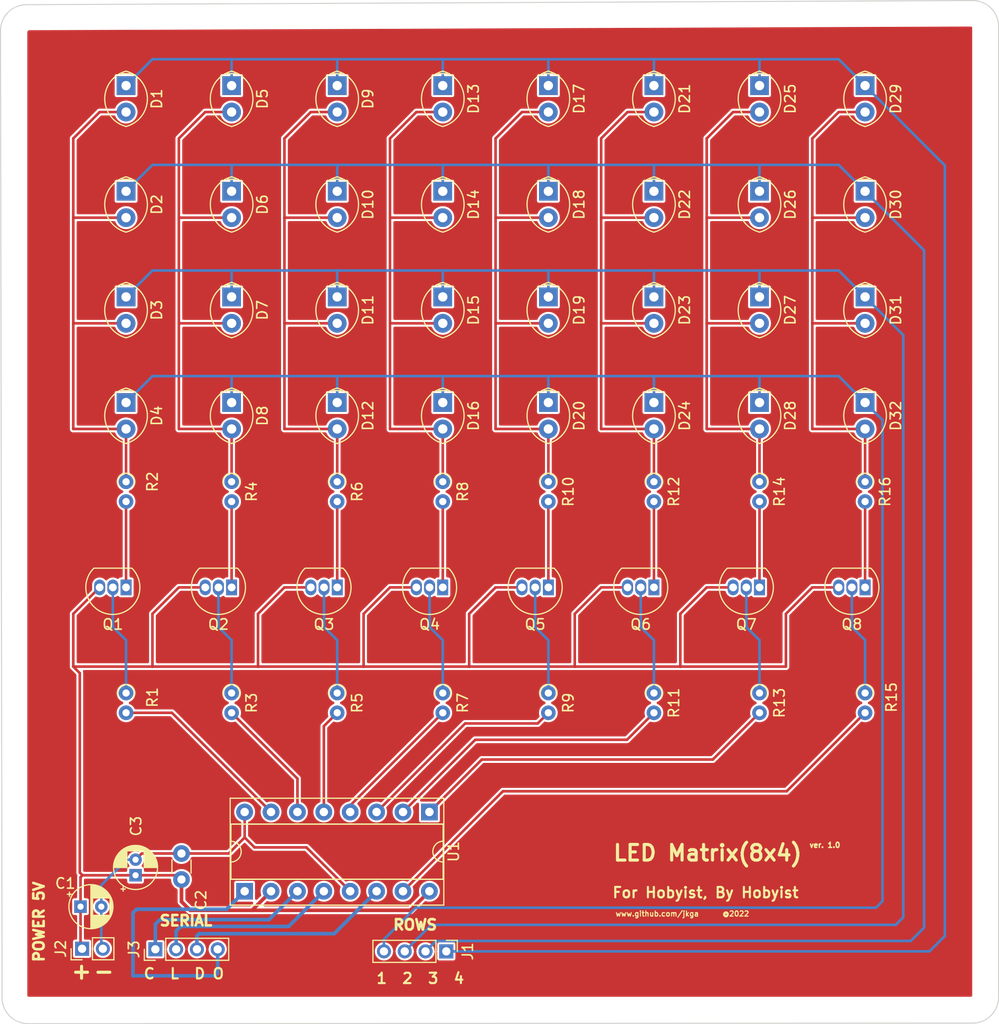
<source format=kicad_pcb>
(kicad_pcb (version 20211014) (generator pcbnew)
  (title_block (title "LED_MATRIX_8x4") (date "2/23/2022") (rev "1.0") (company "John Kenneth Abella") (comment 1 "For hobyist, By hobyist") (comment 2 "www.github.com/jkga"))
  (layers (0 "F.Cu" signal) (31 "B.Cu" signal) (34 "B.Paste" user) (35 "F.Paste" user) (36 "B.SilkS" user "B.Silkscreen") (37 "F.SilkS" user "F.Silkscreen") (38 "B.Mask" user) (39 "F.Mask" user) (44 "Edge.Cuts" user))
  (net 0 "")
  (net 1 "+5V")
  (net 2 "GNDREF")
  (net 3 "Net-(D1-Pad1)")
  (net 4 "Net-(D1-Pad2)")
  (net 5 "Net-(D10-Pad2)")
  (net 6 "Net-(D10-Pad1)")
  (net 7 "Net-(D11-Pad1)")
  (net 8 "Net-(D12-Pad1)")
  (net 9 "Net-(D5-Pad2)")
  (net 10 "Net-(D13-Pad2)")
  (net 11 "Net-(D17-Pad2)")
  (net 12 "Net-(D21-Pad2)")
  (net 13 "Net-(D25-Pad2)")
  (net 14 "Net-(Q1-Pad1)")
  (net 15 "Net-(Q1-Pad2)")
  (net 16 "Net-(Q2-Pad1)")
  (net 17 "Net-(Q2-Pad2)")
  (net 18 "Net-(Q3-Pad1)")
  (net 19 "Net-(Q3-Pad2)")
  (net 20 "Net-(Q4-Pad1)")
  (net 21 "Net-(Q4-Pad2)")
  (net 22 "Net-(Q5-Pad1)")
  (net 23 "Net-(Q5-Pad2)")
  (net 24 "Net-(Q6-Pad1)")
  (net 25 "Net-(Q6-Pad2)")
  (net 26 "Net-(Q7-Pad1)")
  (net 27 "Net-(Q7-Pad2)")
  (net 28 "Net-(Q8-Pad1)")
  (net 29 "Net-(Q8-Pad2)")
  (net 30 "Pin1")
  (net 31 "Pin2")
  (net 32 "Pin3")
  (net 33 "Pin4")
  (net 34 "Pin5")
  (net 35 "Pin6")
  (net 36 "Pin7")
  (net 37 "Pin8")
  (net 38 "DataOutPin")
  (net 39 "ClockPin")
  (net 40 "LatchPin")
  (net 41 "DataPin")
  (net 42 "Net-(D29-Pad2)")
  (footprint "LED_THT:LED_Oval_W5.2mm_H3.8mm" (layer "F.Cu") (at 140.4112 60.0456 -90)
    (fp_text reference "D14")
    (fp_text value "LED")
  )
  (footprint "Package_TO_SOT_THT:TO-92_Inline" (layer "F.Cu") (at 109.9312 98.1456 180)
    (fp_text reference "Q1")
    (fp_text value "PN2222A")
  )
  (footprint "LED_THT:LED_Oval_W5.2mm_H3.8mm" (layer "F.Cu") (at 160.7312 60.0456 -90)
    (fp_text reference "D22")
    (fp_text value "LED")
  )
  (footprint "LED_THT:LED_Oval_W5.2mm_H3.8mm" (layer "F.Cu") (at 160.7312 70.2056 -90)
    (fp_text reference "D23")
    (fp_text value "LED")
  )
  (footprint "Resistor_THT:R_Axial_DIN0204_L3.6mm_D1.6mm_P1.90mm_Vertical" (layer "F.Cu") (at 130.2512 108.3056 -90)
    (fp_text reference "R5")
    (fp_text value "4.7k")
  )
  (footprint "LED_THT:LED_Oval_W5.2mm_H3.8mm" (layer "F.Cu") (at 109.9312 49.8856 -90)
    (fp_text reference "D1")
    (fp_text value "LED")
  )
  (footprint "LED_THT:LED_Oval_W5.2mm_H3.8mm" (layer "F.Cu") (at 120.0912 60.0456 -90)
    (fp_text reference "D6")
    (fp_text value "LED")
  )
  (footprint "LED_THT:LED_Oval_W5.2mm_H3.8mm" (layer "F.Cu") (at 160.7312 80.3656 -90)
    (fp_text reference "D24")
    (fp_text value "LED")
  )
  (footprint "Package_TO_SOT_THT:TO-92_Inline" (layer "F.Cu") (at 181.0512 98.1456 180)
    (fp_text reference "Q8")
    (fp_text value "PN2222A")
  )
  (footprint "Resistor_THT:R_Axial_DIN0204_L3.6mm_D1.6mm_P1.90mm_Vertical" (layer "F.Cu") (at 140.4112 87.9856 -90)
    (fp_text reference "R8")
    (fp_text value "510")
  )
  (footprint "Resistor_THT:R_Axial_DIN0204_L3.6mm_D1.6mm_P1.90mm_Vertical" (layer "F.Cu") (at 109.9312 87.9856 -90)
    (fp_text reference "R2")
    (fp_text value "510")
  )
  (footprint "LED_THT:LED_Oval_W5.2mm_H3.8mm" (layer "F.Cu") (at 140.4112 80.3656 -90)
    (fp_text reference "D16")
    (fp_text value "LED")
  )
  (footprint "LED_THT:LED_Oval_W5.2mm_H3.8mm" (layer "F.Cu") (at 130.2512 49.8856 -90)
    (fp_text reference "D9")
    (fp_text value "LED")
  )
  (footprint "Package_DIP:DIP-16_W7.62mm" (layer "F.Cu") (at 139.1262 119.7456 -90)
    (fp_text reference "U1")
    (fp_text value "74HC595")
  )
  (footprint "Connector_PinHeader_2.00mm:PinHeader_1x04_P2.00mm_Vertical" (layer "F.Cu") (at 112.75 132.95 90)
    (fp_text reference "J3")
    (fp_text value "Conn_01x04_Female")
  )
  (footprint "Resistor_THT:R_Axial_DIN0204_L3.6mm_D1.6mm_P1.90mm_Vertical" (layer "F.Cu") (at 181.0512 87.9856 -90)
    (fp_text reference "R16")
    (fp_text value "510")
  )
  (footprint "LED_THT:LED_Oval_W5.2mm_H3.8mm" (layer "F.Cu") (at 140.4112 49.8856 -90)
    (fp_text reference "D13")
    (fp_text value "LED")
  )
  (footprint "Resistor_THT:R_Axial_DIN0204_L3.6mm_D1.6mm_P1.90mm_Vertical" (layer "F.Cu") (at 140.4112 108.3056 -90)
    (fp_text reference "R7")
    (fp_text value "4.7k")
  )
  (footprint "LED_THT:LED_Oval_W5.2mm_H3.8mm" (layer "F.Cu") (at 181.0512 60.0456 -90)
    (fp_text reference "D30")
    (fp_text value "LED")
  )
  (footprint "LED_THT:LED_Oval_W5.2mm_H3.8mm" (layer "F.Cu") (at 181.0512 49.8856 -90)
    (fp_text reference "D29")
    (fp_text value "LED")
  )
  (footprint "LED_THT:LED_Oval_W5.2mm_H3.8mm" (layer "F.Cu") (at 150.5712 80.3656 -90)
    (fp_text reference "D20")
    (fp_text value "LED")
  )
  (footprint "LED_THT:LED_Oval_W5.2mm_H3.8mm" (layer "F.Cu") (at 140.4112 70.2056 -90)
    (fp_text reference "D15")
    (fp_text value "LED")
  )
  (footprint "Package_TO_SOT_THT:TO-92_Inline" (layer "F.Cu") (at 140.4112 98.1456 180)
    (fp_text reference "Q4")
    (fp_text value "PN2222A")
  )
  (footprint "Connector_PinHeader_2.00mm:PinHeader_1x02_P2.00mm_Vertical" (layer "F.Cu") (at 105.7 132.9 90)
    (fp_text reference "J2")
    (fp_text value "Conn_01x02_Female")
  )
  (footprint "LED_THT:LED_Oval_W5.2mm_H3.8mm" (layer "F.Cu") (at 120.0912 70.2056 -90)
    (fp_text reference "D7")
    (fp_text value "LED")
  )
  (footprint "Package_DIP:DIP-16_W7.62mm_Socket" (layer "F.Cu") (at 121.34 127.37 90)
    (fp_text reference "J4")
    (fp_text value "DIP_SOCKET_02x08")
  )
  (footprint "LED_THT:LED_Oval_W5.2mm_H3.8mm" (layer "F.Cu") (at 160.7312 49.8856 -90)
    (fp_text reference "D21")
    (fp_text value "LED")
  )
  (footprint "Connector_PinHeader_2.00mm:PinHeader_1x04_P2.00mm_Vertical" (layer "F.Cu") (at 140.75 133.15 -90)
    (fp_text reference "J1")
    (fp_text value "Conn_01x04")
  )
  (footprint "Capacitor_THT:CP_Radial_D4.0mm_P2.00mm" (layer "F.Cu") (at 105.55 128.85)
    (fp_text reference "C1")
    (fp_text value "33uf")
  )
  (footprint "LED_THT:LED_Oval_W5.2mm_H3.8mm" (layer "F.Cu") (at 130.2512 80.3656 -90)
    (fp_text reference "D12")
    (fp_text value "LED")
  )
  (footprint "Package_TO_SOT_THT:TO-92_Inline" (layer "F.Cu") (at 160.7312 98.1456 180)
    (fp_text reference "Q6")
    (fp_text value "PN2222A")
  )
  (footprint "Package_TO_SOT_THT:TO-92_Inline" (layer "F.Cu") (at 170.8912 98.1456 180)
    (fp_text reference "Q7")
    (fp_text value "PN2222A")
  )
  (footprint "LED_THT:LED_Oval_W5.2mm_H3.8mm" (layer "F.Cu") (at 109.9312 80.3656 -90)
    (fp_text reference "D4")
    (fp_text value "LED")
  )
  (footprint "Resistor_THT:R_Axial_DIN0204_L3.6mm_D1.6mm_P1.90mm_Vertical" (layer "F.Cu") (at 109.9312 108.3056 -90)
    (fp_text reference "R1")
    (fp_text value "4.7k")
  )
  (footprint "Resistor_THT:R_Axial_DIN0204_L3.6mm_D1.6mm_P1.90mm_Vertical" (layer "F.Cu") (at 130.2512 87.9856 -90)
    (fp_text reference "R6")
    (fp_text value "510")
  )
  (footprint "Resistor_THT:R_Axial_DIN0204_L3.6mm_D1.6mm_P1.90mm_Vertical" (layer "F.Cu") (at 150.5712 87.9856 -90)
    (fp_text reference "R10")
    (fp_text value "510")
  )
  (footprint "Resistor_THT:R_Axial_DIN0204_L3.6mm_D1.6mm_P1.90mm_Vertical" (layer "F.Cu") (at 170.8912 108.3056 -90)
    (fp_text reference "R13")
    (fp_text value "4.7k")
  )
  (footprint "LED_THT:LED_Oval_W5.2mm_H3.8mm" (layer "F.Cu") (at 170.8912 70.2056 -90)
    (fp_text reference "D27")
    (fp_text value "LED")
  )
  (footprint "LED_THT:LED_Oval_W5.2mm_H3.8mm" (layer "F.Cu") (at 181.0512 80.3656 -90)
    (fp_text reference "D32")
    (fp_text value "LED")
  )
  (footprint "LED_THT:LED_Oval_W5.2mm_H3.8mm" (layer "F.Cu") (at 120.0912 49.8856 -90)
    (fp_text reference "D5")
    (fp_text value "LED")
  )
  (footprint "LED_THT:LED_Oval_W5.2mm_H3.8mm" (layer "F.Cu") (at 170.8912 49.8856 -90)
    (fp_text reference "D25")
    (fp_text value "LED")
  )
  (footprint "LED_THT:LED_Oval_W5.2mm_H3.8mm" (layer "F.Cu") (at 120.0912 80.3656 -90)
    (fp_text reference "D8")
    (fp_text value "LED")
  )
  (footprint "LED_THT:LED_Oval_W5.2mm_H3.8mm" (layer "F.Cu") (at 130.2512 70.2056 -90)
    (fp_text reference "D11")
    (fp_text value "LED")
  )
  (footprint "Resistor_THT:R_Axial_DIN0204_L3.6mm_D1.6mm_P1.90mm_Vertical" (layer "F.Cu") (at 170.8912 87.9856 -90)
    (fp_text reference "R14")
    (fp_text value "510")
  )
  (footprint "LED_THT:LED_Oval_W5.2mm_H3.8mm" (layer "F.Cu") (at 150.5712 60.0456 -90)
    (fp_text reference "D18")
    (fp_text value "LED")
  )
  (footprint "Resistor_THT:R_Axial_DIN0204_L3.6mm_D1.6mm_P1.90mm_Vertical" (layer "F.Cu") (at 150.5712 108.3056 -90)
    (fp_text reference "R9")
    (fp_text value "4.7k")
  )
  (footprint "Capacitor_THT:C_Disc_D3.0mm_W1.6mm_P2.50mm" (layer "F.Cu") (at 115.2652 126.238 90)
    (fp_text reference "C2")
    (fp_text value "0.1uf")
  )
  (footprint "LED_THT:LED_Oval_W5.2mm_H3.8mm" (layer "F.Cu") (at 181.0512 70.2056 -90)
    (fp_text reference "D31")
    (fp_text value "LED")
  )
  (footprint "LED_THT:LED_Oval_W5.2mm_H3.8mm" (layer "F.Cu") (at 170.8912 60.0456 -90)
    (fp_text reference "D26")
    (fp_text value "LED")
  )
  (footprint "Capacitor_THT:CP_Radial_D4.0mm_P1.50mm" (layer "F.Cu") (at 110.8456 125.8316 90)
    (fp_text reference "C3")
    (fp_text value "0.1uf")
  )
  (footprint "LED_THT:LED_Oval_W5.2mm_H3.8mm" (layer "F.Cu") (at 150.5712 70.2056 -90)
    (fp_text reference "D19")
    (fp_text value "LED")
  )
  (footprint "Resistor_THT:R_Axial_DIN0204_L3.6mm_D1.6mm_P1.90mm_Vertical" (layer "F.Cu") (at 181.0512 108.3056 -90)
    (fp_text reference "R15")
    (fp_text value "4.7k")
  )
  (footprint "Package_TO_SOT_THT:TO-92_Inline" (layer "F.Cu") (at 120.0912 98.1456 180)
    (fp_text reference "Q2")
    (fp_text value "PN2222A")
  )
  (footprint "LED_THT:LED_Oval_W5.2mm_H3.8mm" (layer "F.Cu") (at 109.9312 70.2056 -90)
    (fp_text reference "D3")
    (fp_text value "LED")
  )
  (footprint "LED_THT:LED_Oval_W5.2mm_H3.8mm" (layer "F.Cu") (at 170.8912 80.3656 -90)
    (fp_text reference "D28")
    (fp_text value "LED")
  )
  (footprint "Resistor_THT:R_Axial_DIN0204_L3.6mm_D1.6mm_P1.90mm_Vertical" (layer "F.Cu") (at 120.0912 87.9856 -90)
    (fp_text reference "R4")
    (fp_text value "510")
  )
  (footprint "Resistor_THT:R_Axial_DIN0204_L3.6mm_D1.6mm_P1.90mm_Vertical" (layer "F.Cu") (at 160.7312 87.9856 -90)
    (fp_text reference "R12")
    (fp_text value "510")
  )
  (footprint "LED_THT:LED_Oval_W5.2mm_H3.8mm" (layer "F.Cu") (at 109.9312 60.0456 -90)
    (fp_text reference "D2")
    (fp_text value "LED")
  )
  (footprint "Package_TO_SOT_THT:TO-92_Inline" (layer "F.Cu") (at 150.5712 98.1456 180)
    (fp_text reference "Q5")
    (fp_text value "PN2222A")
  )
  (footprint "Package_TO_SOT_THT:TO-92_Inline" (layer "F.Cu") (at 130.2512 98.1456 180)
    (fp_text reference "Q3")
    (fp_text value "PN2222A")
  )
  (footprint "Resistor_THT:R_Axial_DIN0204_L3.6mm_D1.6mm_P1.90mm_Vertical" (layer "F.Cu") (at 120.0912 108.3056 -90)
    (fp_text reference "R3")
    (fp_text value "4.7k")
  )
  (footprint "LED_THT:LED_Oval_W5.2mm_H3.8mm" (layer "F.Cu") (at 130.2512 60.0456 -90)
    (fp_text reference "D10")
    (fp_text value "LED")
  )
  (footprint "Resistor_THT:R_Axial_DIN0204_L3.6mm_D1.6mm_P1.90mm_Vertical" (layer "F.Cu") (at 160.7312 108.3056 -90)
    (fp_text reference "R11")
    (fp_text value "4.7k")
  )
  (footprint "LED_THT:LED_Oval_W5.2mm_H3.8mm" (layer "F.Cu") (at 150.5712 49.8856 -90)
    (fp_text reference "D17")
    (fp_text value "LED")
  )
  (gr_arc (start 97.85 44.6) (mid 98.582233 42.832233) (end 100.35 42.1) (layer "Edge.Cuts") (width 0.1))
  (gr_line (start 98 137.6) (end 97.85 44.6) (layer "Edge.Cuts") (width 0.1))
  (gr_arc (start 191.4 41.7) (mid 193.167767 42.432233) (end 193.9 44.2) (layer "Edge.Cuts") (width 0.1))
  (gr_arc (start 193.9 137.55) (mid 193.167767 139.317767) (end 191.4 140.05) (layer "Edge.Cuts") (width 0.1))
  (gr_arc (start 100.5 140.1) (mid 98.732233 139.367767) (end 98 137.6) (layer "Edge.Cuts") (width 0.1))
  (gr_line (start 193.9 44.2) (end 193.9 137.55) (layer "Edge.Cuts") (width 0.1))
  (gr_line (start 100.5 140.1) (end 191.4 140.05) (layer "Edge.Cuts") (width 0.1))
  (gr_line (start 100.35 42.1) (end 191.4 41.7) (layer "Edge.Cuts") (width 0.1))
  (gr_text "1  2  3  4" (at 138.25 135.75) (layer "F.SilkS") (effects (font (size 1 1) (thickness 0.2))))
  (gr_text "LED Matrix(8x4)" (at 165.9032 123.69) (layer "F.SilkS") (effects (font (size 1.5 1.5) (thickness 0.3))))
  (gr_text "+" (at 105.65 135.05) (layer "F.SilkS") (effects (font (size 1.5 1.5) (thickness 0.3)) (justify mirror)))
  (gr_text "SERIAL" (at 115.7 130.2) (layer "F.SilkS") (effects (font (size 1 1) (thickness 0.25))))
  (gr_text "www.github.com/jkga      @2022" (at 163.4648 129.532) (layer "F.SilkS") (effects (font (size 0.5 0.5) (thickness 0.1))))
  (gr_text "-" (at 107.8 135.05) (layer "F.SilkS") (effects (font (size 1.5 1.5) (thickness 0.3)) (justify mirror)))
  (gr_text "POWER 5V" (at 101.5492 130.302 90) (layer "F.SilkS") (effects (font (size 1 1) (thickness 0.25))))
  (gr_text "ROWS" (at 137.75 130.6) (layer "F.SilkS") (effects (font (size 1 1) (thickness 0.25))))
  (gr_text "C  L  D O" (at 115.5 135.3) (layer "F.SilkS") (effects (font (size 1 1) (thickness 0.2))))
  (gr_text "ver. 1.0" (at 177.1808 122.928) (layer "F.SilkS") (effects (font (size 0.5 0.5) (thickness 0.125))))
  (gr_text "For Hobyist, By Hobyist" (at 165.7 127.5) (layer "F.SilkS") (effects (font (size 1 1) (thickness 0.2))))
  (segment (start 114.8588 125.8316) (end 115.2652 126.238) (width 0.25) (layer "F.Cu") (net 1))
  (segment (start 115.0112 98.1456) (end 112.4712 100.6856) (width 0.25) (layer "F.Cu") (net 1))
  (segment (start 125.1712 98.1456) (end 122.6312 100.6856) (width 0.25) (layer "F.Cu") (net 1))
  (segment (start 155.6512 98.1456) (end 153.1112 100.6856) (width 0.25) (layer "F.Cu") (net 1))
  (segment (start 158.1912 98.1456) (end 155.6512 98.1456) (width 0.25) (layer "F.Cu") (net 1))
  (segment (start 142.9512 105.7656) (end 132.7912 105.7656) (width 0.25) (layer "F.Cu") (net 1))
  (segment (start 163.2712 100.6856) (end 163.2712 105.7656) (width 0.25) (layer "F.Cu") (net 1))
  (segment (start 135.3312 98.1456) (end 132.7912 100.6856) (width 0.25) (layer "F.Cu") (net 1))
  (segment (start 148.0312 98.1456) (end 145.4912 98.1456) (width 0.25) (layer "F.Cu") (net 1))
  (segment (start 165.8112 98.1456) (end 163.2712 100.6856) (width 0.25) (layer "F.Cu") (net 1))
  (segment (start 122.0518 129.2) (end 116.1 129.2) (width 0.35) (layer "F.Cu") (net 1))
  (segment (start 137.2918 129.2) (end 122.0518 129.2) (width 0.35) (layer "F.Cu") (net 1))
  (segment (start 132.7912 100.6856) (end 132.7912 105.7656) (width 0.25) (layer "F.Cu") (net 1))
  (segment (start 110.8456 125.8316) (end 114.8588 125.8316) (width 0.25) (layer "F.Cu") (net 1))
  (segment (start 173.4312 100.6856) (end 173.4312 105.7656) (width 0.25) (layer "F.Cu") (net 1))
  (segment (start 105.736402 125.8316) (end 105.55 126.018002) (width 0.25) (layer "F.Cu") (net 1))
  (segment (start 175.9712 98.1456) (end 173.4312 100.6856) (width 0.25) (layer "F.Cu") (net 1))
  (segment (start 122.6312 100.6856) (end 122.6312 105.7656) (width 0.25) (layer "F.Cu") (net 1))
  (segment (start 116.1 129.2) (end 115.2652 128.3652) (width 0.35) (layer "F.Cu") (net 1))
  (segment (start 122.6312 105.7656) (end 112.4712 105.7656) (width 0.25) (layer "F.Cu") (net 1))
  (segment (start 112.4712 100.6856) (end 112.4712 105.7656) (width 0.25) (layer "F.Cu") (net 1))
  (segment (start 142.9512 100.6856) (end 142.9512 105.7656) (width 0.25) (layer "F.Cu") (net 1))
  (segment (start 168.3512 98.1456) (end 165.8112 98.1456) (width 0.25) (layer "F.Cu") (net 1))
  (segment (start 105.55 126.018002) (end 105.55 128.85) (width 0.25) (layer "F.Cu") (net 1))
  (segment (start 137.8712 98.1456) (end 135.3312 98.1456) (width 0.25) (layer "F.Cu") (net 1))
  (segment (start 105.477401 125.572599) (end 105.736402 125.8316) (width 0.25) (layer "F.Cu") (net 1))
  (segment (start 123.8862 127.3656) (end 122.0518 129.2) (width 0.35) (layer "F.Cu") (net 1))
  (segment (start 132.7912 105.7656) (end 122.6312 105.7656) (width 0.25) (layer "F.Cu") (net 1))
  (segment (start 115.2652 128.3652) (end 115.2652 126.238) (width 0.35) (layer "F.Cu") (net 1))
  (segment (start 104.8512 105.7656) (end 105.477401 106.391801) (width 0.25) (layer "F.Cu") (net 1))
  (segment (start 105.55 132.75) (end 105.7 132.9) (width 0.25) (layer "F.Cu") (net 1))
  (segment (start 105.477401 106.391801) (end 105.477401 125.572599) (width 0.25) (layer "F.Cu") (net 1))
  (segment (start 173.4312 105.7656) (end 163.2712 105.7656) (width 0.25) (layer "F.Cu") (net 1))
  (segment (start 163.2712 105.7656) (end 153.1112 105.7656) (width 0.25) (layer "F.Cu") (net 1))
  (segment (start 178.5112 98.1456) (end 175.9712 98.1456) (width 0.25) (layer "F.Cu") (net 1))
  (segment (start 117.5512 98.1456) (end 115.0112 98.1456) (width 0.25) (layer "F.Cu") (net 1))
  (segment (start 112.4712 105.7656) (end 104.8512 105.7656) (width 0.25) (layer "F.Cu") (net 1))
  (segment (start 127.7112 98.1456) (end 125.1712 98.1456) (width 0.25) (layer "F.Cu") (net 1))
  (segment (start 139.1262 127.3656) (end 137.2918 129.2) (width 0.35) (layer "F.Cu") (net 1))
  (segment (start 105.736402 125.8316) (end 110.8456 125.8316) (width 0.25) (layer "F.Cu") (net 1))
  (segment (start 107.3912 98.1456) (end 104.8512 100.6856) (width 0.25) (layer "F.Cu") (net 1))
  (segment (start 104.8512 100.6856) (end 104.8512 105.7656) (width 0.25) (layer "F.Cu") (net 1))
  (segment (start 153.1112 100.6856) (end 153.1112 105.7656) (width 0.25) (layer "F.Cu") (net 1))
  (segment (start 153.1112 105.7656) (end 142.9512 105.7656) (width 0.25) (layer "F.Cu") (net 1))
  (segment (start 105.55 128.85) (end 105.55 132.75) (width 0.25) (layer "F.Cu") (net 1))
  (segment (start 145.4912 98.1456) (end 142.9512 100.6856) (width 0.25) (layer "F.Cu") (net 1))
  (segment (start 115.2652 123.738) (end 111.4392 123.738) (width 0.25) (layer "F.Cu") (net 2))
  (segment (start 121.3462 122.1962) (end 121.3462 119.7456) (width 0.25) (layer "F.Cu") (net 2))
  (segment (start 119.8044 123.738) (end 115.2652 123.738) (width 0.25) (layer "F.Cu") (net 2))
  (segment (start 127.2906 123.15) (end 122.3 123.15) (width 0.25) (layer "F.Cu") (net 2))
  (segment (start 111.4392 123.738) (end 110.8456 124.3316) (width 0.25) (layer "F.Cu") (net 2))
  (segment (start 122.3 123.15) (end 121.3462 122.1962) (width 0.25) (layer "F.Cu") (net 2))
  (segment (start 131.5062 127.3656) (end 127.2906 123.15) (width 0.25) (layer "F.Cu") (net 2))
  (segment (start 121.3462 122.1962) (end 119.8044 123.738) (width 0.25) (layer "F.Cu") (net 2))
  (segment (start 109.997072 124.3316) (end 107.55 126.778672) (width 0.25) (layer "B.Cu") (net 2))
  (segment (start 107.55 126.778672) (end 107.55 128.85) (width 0.25) (layer "B.Cu") (net 2))
  (segment (start 110.8456 124.3316) (end 109.997072 124.3316) (width 0.25) (layer "B.Cu") (net 2))
  (segment (start 107.55 132.75) (end 107.7 132.9) (width 0.25) (layer "B.Cu") (net 2))
  (segment (start 107.55 128.85) (end 107.55 132.75) (width 0.25) (layer "B.Cu") (net 2))
  (segment (start 140.4112 47.3456) (end 150.5712 47.3456) (width 0.25) (layer "B.Cu") (net 3))
  (segment (start 130.2512 47.3456) (end 130.2512 49.8856) (width 0.25) (layer "B.Cu") (net 3))
  (segment (start 181.0512 49.8856) (end 178.5112 47.3456) (width 0.25) (layer "B.Cu") (net 3))
  (segment (start 150.5712 47.3456) (end 150.5712 49.8856) (width 0.25) (layer "B.Cu") (net 3))
  (segment (start 120.0912 47.3456) (end 120.0912 49.8856) (width 0.25) (layer "B.Cu") (net 3))
  (segment (start 109.9312 49.8856) (end 112.4712 47.3456) (width 0.25) (layer "B.Cu") (net 3))
  (segment (start 150.5712 47.3456) (end 160.7312 47.3456) (width 0.25) (layer "B.Cu") (net 3))
  (segment (start 188.7276 57.562) (end 181.0512 49.8856) (width 0.25) (layer "B.Cu") (net 3))
  (segment (start 120.0912 47.3456) (end 130.2512 47.3456) (width 0.25) (layer "B.Cu") (net 3))
  (segment (start 188.7276 131.6724) (end 188.7276 57.562) (width 0.25) (layer "B.Cu") (net 3))
  (segment (start 140.75 133.15) (end 187.25 133.15) (width 0.25) (layer "B.Cu") (net 3))
  (segment (start 187.25 133.15) (end 188.7276 131.6724) (width 0.25) (layer "B.Cu") (net 3))
  (segment (start 160.7312 47.3456) (end 170.8912 47.3456) (width 0.25) (layer "B.Cu") (net 3))
  (segment (start 160.7312 47.3456) (end 160.7312 49.8856) (width 0.25) (layer "B.Cu") (net 3))
  (segment (start 170.8912 47.3456) (end 170.8912 49.8856) (width 0.25) (layer "B.Cu") (net 3))
  (segment (start 130.2512 47.3456) (end 140.4112 47.3456) (width 0.25) (layer "B.Cu") (net 3))
  (segment (start 112.4712 47.3456) (end 120.0912 47.3456) (width 0.25) (layer "B.Cu") (net 3))
  (segment (start 170.8912 47.3456) (end 178.5112 47.3456) (width 0.25) (layer "B.Cu") (net 3))
  (segment (start 140.4112 47.3456) (end 140.4112 49.8856) (width 0.25) (layer "B.Cu") (net 3))
  (segment (start 104.8512 62.5856) (end 109.9312 62.5856) (width 0.25) (layer "F.Cu") (net 4))
  (segment (start 104.8512 62.5856) (end 104.8512 72.7456) (width 0.25) (layer "F.Cu") (net 4))
  (segment (start 109.9312 82.9056) (end 109.9312 87.9856) (width 0.25) (layer "F.Cu") (net 4))
  (segment (start 107.3912 52.4256) (end 104.8512 54.9656) (width 0.25) (layer "F.Cu") (net 4))
  (segment (start 104.8512 54.9656) (end 104.8512 62.5856) (width 0.25) (layer "F.Cu") (net 4))
  (segment (start 104.8512 72.7456) (end 109.9312 72.7456) (width 0.25) (layer "F.Cu") (net 4))
  (segment (start 104.8512 72.7456) (end 104.8512 82.9056) (width 0.25) (layer "F.Cu") (net 4))
  (segment (start 109.9312 52.4256) (end 107.3912 52.4256) (width 0.25) (layer "F.Cu") (net 4))
  (segment (start 104.8512 82.9056) (end 109.9312 82.9056) (width 0.25) (layer "F.Cu") (net 4))
  (segment (start 125.1712 82.9056) (end 130.2512 82.9056) (width 0.25) (layer "F.Cu") (net 5))
  (segment (start 125.1712 62.5856) (end 130.2512 62.5856) (width 0.25) (layer "F.Cu") (net 5))
  (segment (start 125.1712 72.7456) (end 130.2512 72.7456) (width 0.25) (layer "F.Cu") (net 5))
  (segment (start 130.2512 82.9056) (end 130.2512 87.9856) (width 0.25) (layer "F.Cu") (net 5))
  (segment (start 127.7112 52.4256) (end 125.1712 54.9656) (width 0.25) (layer "F.Cu") (net 5))
  (segment (start 125.1712 54.9656) (end 125.1712 62.5856) (width 0.25) (layer "F.Cu") (net 5))
  (segment (start 130.2512 52.4256) (end 127.7112 52.4256) (width 0.25) (layer "F.Cu") (net 5))
  (segment (start 125.1712 62.5856) (end 125.1712 72.7456) (width 0.25) (layer "F.Cu") (net 5))
  (segment (start 125.1712 72.7456) (end 125.1712 82.9056) (width 0.25) (layer "F.Cu") (net 5))
  (segment (start 160.7312 57.5056) (end 160.7312 60.0456) (width 0.25) (layer "B.Cu") (net 6))
  (segment (start 178.5112 57.5056) (end 181.0512 60.0456) (width 0.25) (layer "B.Cu") (net 6))
  (segment (start 150.5712 57.5056) (end 160.7312 57.5056) (width 0.25) (layer "B.Cu") (net 6))
  (segment (start 138.75 133.15) (end 139.749511 132.150489) (width 0.25) (layer "B.Cu") (net 6))
  (segment (start 120.0912 57.5056) (end 120.0912 60.0456) (width 0.25) (layer "B.Cu") (net 6))
  (segment (start 186.7276 65.722) (end 181.0512 60.0456) (width 0.25) (layer "B.Cu") (net 6))
  (segment (start 140.4112 57.5056) (end 130.2512 57.5056) (width 0.25) (layer "B.Cu") (net 6))
  (segment (start 170.8912 57.5056) (end 178.5112 57.5056) (width 0.25) (layer "B.Cu") (net 6))
  (segment (start 139.749511 132.150489) (end 185.449511 132.150489) (width 0.25) (layer "B.Cu") (net 6))
  (segment (start 170.8912 60.0456) (end 170.8912 57.5056) (width 0.25) (layer "B.Cu") (net 6))
  (segment (start 140.4112 60.0456) (end 140.4112 57.5056) (width 0.25) (layer "B.Cu") (net 6))
  (segment (start 185.449511 132.150489) (end 186.7276 130.8724) (width 0.25) (layer "B.Cu") (net 6))
  (segment (start 120.0912 57.5056) (end 130.2512 57.5056) (width 0.25) (layer "B.Cu") (net 6))
  (segment (start 150.5712 57.5056) (end 150.5712 60.0456) (width 0.25) (layer "B.Cu") (net 6))
  (segment (start 109.9312 60.0456) (end 112.4712 57.5056) (width 0.25) (layer "B.Cu") (net 6))
  (segment (start 112.4712 57.5056) (end 120.0912 57.5056) (width 0.25) (layer "B.Cu") (net 6))
  (segment (start 186.7276 130.8724) (end 186.7276 65.722) (width 0.25) (layer "B.Cu") (net 6))
  (segment (start 130.2512 57.5056) (end 130.2512 60.0456) (width 0.25) (layer "B.Cu") (net 6))
  (segment (start 140.4112 57.5056) (end 150.5712 57.5056) (width 0.25) (layer "B.Cu") (net 6))
  (segment (start 170.8912 57.5056) (end 160.7312 57.5056) (width 0.25) (layer "B.Cu") (net 6))
  (segment (start 120.0912 67.6656) (end 130.2512 67.6656) (width 0.25) (layer "B.Cu") (net 7))
  (segment (start 112.4712 67.6656) (end 120.0912 67.6656) (width 0.25) (layer "B.Cu") (net 7))
  (segment (start 184.7276 73.882) (end 181.0512 70.2056) (width 0.25) (layer "B.Cu") (net 7))
  (segment (start 160.7312 67.6656) (end 150.5712 67.6656) (width 0.25) (layer "B.Cu") (net 7))
  (segment (start 139.3 130.6) (end 184 130.6) (width 0.25) (layer "B.Cu") (net 7))
  (segment (start 130.2512 67.6656) (end 130.2512 70.2056) (width 0.25) (layer "B.Cu") (net 7))
  (segment (start 181.0512 70.2056) (end 178.5112 67.6656) (width 0.25) (layer "B.Cu") (net 7))
  (segment (start 184 130.6) (end 184.7276 129.8724) (width 0.25) (layer "B.Cu") (net 7))
  (segment (start 160.7312 67.6656) (end 160.7312 70.2056) (width 0.25) (layer "B.Cu") (net 7))
  (segment (start 120.0912 67.6656) (end 120.0912 70.2056) (width 0.25) (layer "B.Cu") (net 7))
  (segment (start 150.5712 67.6656) (end 140.4112 67.6656) (width 0.25) (layer "B.Cu") (net 7))
  (segment (start 109.9312 70.2056) (end 112.4712 67.6656) (width 0.25) (layer "B.Cu") (net 7))
  (segment (start 140.4112 67.6656) (end 130.2512 67.6656) (width 0.25) (layer "B.Cu") (net 7))
  (segment (start 136.75 133.15) (end 139.3 130.6) (width 0.25) (layer "B.Cu") (net 7))
  (segment (start 170.8912 67.6656) (end 160.7312 67.6656) (width 0.25) (layer "B.Cu") (net 7))
  (segment (start 184.7276 129.8724) (end 184.7276 73.882) (width 0.25) (layer "B.Cu") (net 7))
  (segment (start 170.8912 67.6656) (end 170.8912 70.2056) (width 0.25) (layer "B.Cu") (net 7))
  (segment (start 150.5712 67.6656) (end 150.5712 70.2056) (width 0.25) (layer "B.Cu") (net 7))
  (segment (start 178.5112 67.6656) (end 170.8912 67.6656) (width 0.25) (layer "B.Cu") (net 7))
  (segment (start 140.4112 67.6656) (end 140.4112 70.2056) (width 0.25) (layer "B.Cu") (net 7))
  (segment (start 120.0912 77.8256) (end 130.2512 77.8256) (width 0.25) (layer "B.Cu") (net 8))
  (segment (start 160.7312 77.8256) (end 170.8912 77.8256) (width 0.25) (layer "B.Cu") (net 8))
  (segment (start 140.4112 77.8256) (end 140.4112 80.3656) (width 0.25) (layer "B.Cu") (net 8))
  (segment (start 170.8912 77.8256) (end 170.8912 80.3656) (width 0.25) (layer "B.Cu") (net 8))
  (segment (start 120.0912 77.8256) (end 120.0912 80.3656) (width 0.25) (layer "B.Cu") (net 8))
  (segment (start 140.4112 77.8256) (end 150.5712 77.8256) (width 0.25) (layer "B.Cu") (net 8))
  (segment (start 182.1 128.95) (end 137.8 128.95) (width 0.25) (layer "B.Cu") (net 8))
  (segment (start 134.75 132) (end 134.75 133.15) (width 0.25) (layer "B.Cu") (net 8))
  (segment (start 150.5712 77.8256) (end 160.7312 77.8256) (width 0.25) (layer "B.Cu") (net 8))
  (segment (start 182.7276 82.042) (end 182.7276 128.3224) (width 0.25) (layer "B.Cu") (net 8))
  (segment (start 181.0512 80.3656) (end 182.7276 82.042) (width 0.25) (layer "B.Cu") (net 8))
  (segment (start 170.8912 77.8256) (end 178.5112 77.8256) (width 0.25) (layer "B.Cu") (net 8))
  (segment (start 160.7312 77.8256) (end 160.7312 80.3656) (width 0.25) (layer "B.Cu") (net 8))
  (segment (start 109.9312 80.3656) (end 112.4712 77.8256) (width 0.25) (layer "B.Cu") (net 8))
  (segment (start 130.2512 77.8256) (end 140.4112 77.8256) (width 0.25) (layer "B.Cu") (net 8))
  (segment (start 130.2512 77.8256) (end 130.2512 80.3656) (width 0.25) (layer "B.Cu") (net 8))
  (segment (start 137.8 128.95) (end 134.75 132) (width 0.25) (layer "B.Cu") (net 8))
  (segment (start 178.5112 77.8256) (end 181.0512 80.3656) (width 0.25) (layer "B.Cu") (net 8))
  (segment (start 112.4712 77.8256) (end 120.0912 77.8256) (width 0.25) (layer "B.Cu") (net 8))
  (segment (start 150.5712 77.8256) (end 150.5712 80.3656) (width 0.25) (layer "B.Cu") (net 8))
  (segment (start 182.7276 128.3224) (end 182.1 128.95) (width 0.25) (layer "B.Cu") (net 8))
  (segment (start 115.0112 54.9656) (end 115.0112 62.5856) (width 0.25) (layer "F.Cu") (net 9))
  (segment (start 115.0112 72.7456) (end 115.0112 82.9056) (width 0.25) (layer "F.Cu") (net 9))
  (segment (start 120.0912 82.9056) (end 120.0912 87.9856) (width 0.25) (layer "F.Cu") (net 9))
  (segment (start 115.0112 72.7456) (end 120.0912 72.7456) (width 0.25) (layer "F.Cu") (net 9))
  (segment (start 115.0112 82.9056) (end 120.0912 82.9056) (width 0.25) (layer "F.Cu") (net 9))
  (segment (start 115.0112 62.5856) (end 120.0912 62.5856) (width 0.25) (layer "F.Cu") (net 9))
  (segment (start 117.5512 52.4256) (end 115.0112 54.9656) (width 0.25) (layer "F.Cu") (net 9))
  (segment (start 120.0912 52.4256) (end 117.5512 52.4256) (width 0.25) (layer "F.Cu") (net 9))
  (segment (start 115.0112 62.5856) (end 115.0112 72.7456) (width 0.25) (layer "F.Cu") (net 9))
  (segment (start 137.8712 52.4256) (end 135.3312 54.9656) (width 0.25) (layer "F.Cu") (net 10))
  (segment (start 140.4112 52.4256) (end 137.8712 52.4256) (width 0.25) (layer "F.Cu") (net 10))
  (segment (start 135.3312 62.5856) (end 140.4112 62.5856) (width 0.25) (layer "F.Cu") (net 10))
  (segment (start 135.3312 54.9656) (end 135.3312 62.5856) (width 0.25) (layer "F.Cu") (net 10))
  (segment (start 135.3312 72.7456) (end 135.3312 82.9056) (width 0.25) (layer "F.Cu") (net 10))
  (segment (start 140.4112 82.9056) (end 140.4112 87.9856) (width 0.25) (layer "F.Cu") (net 10))
  (segment (start 135.3312 62.5856) (end 135.3312 72.7456) (width 0.25) (layer "F.Cu") (net 10))
  (segment (start 135.3312 72.7456) (end 140.4112 72.7456) (width 0.25) (layer "F.Cu") (net 10))
  (segment (start 135.3312 82.9056) (end 140.4112 82.9056) (width 0.25) (layer "F.Cu") (net 10))
  (segment (start 145.4912 72.7456) (end 150.5712 72.7456) (width 0.25) (layer "F.Cu") (net 11))
  (segment (start 145.4912 72.7456) (end 145.4912 82.9056) (width 0.25) (layer "F.Cu") (net 11))
  (segment (start 145.4912 82.9056) (end 150.5712 82.9056) (width 0.25) (layer "F.Cu") (net 11))
  (segment (start 150.5712 82.9056) (end 150.5712 87.9856) (width 0.25) (layer "F.Cu") (net 11))
  (segment (start 145.4912 54.9656) (end 145.4912 62.5856) (width 0.25) (layer "F.Cu") (net 11))
  (segment (start 145.4912 62.5856) (end 150.5712 62.5856) (width 0.25) (layer "F.Cu") (net 11))
  (segment (start 150.5712 52.4256) (end 148.0312 52.4256) (width 0.25) (layer "F.Cu") (net 11))
  (segment (start 148.0312 52.4256) (end 145.4912 54.9656) (width 0.25) (layer "F.Cu") (net 11))
  (segment (start 145.4912 62.5856) (end 145.4912 72.7456) (width 0.25) (layer "F.Cu") (net 11))
  (segment (start 158.1912 52.4256) (end 155.6512 54.9656) (width 0.25) (layer "F.Cu") (net 12))
  (segment (start 160.7312 82.9056) (end 160.7312 87.9856) (width 0.25) (layer "F.Cu") (net 12))
  (segment (start 155.6512 82.9056) (end 160.7312 82.9056) (width 0.25) (layer "F.Cu") (net 12))
  (segment (start 155.6512 72.7456) (end 155.6512 82.9056) (width 0.25) (layer "F.Cu") (net 12))
  (segment (start 160.7312 52.4256) (end 158.1912 52.4256) (width 0.25) (layer "F.Cu") (net 12))
  (segment (start 155.6512 54.9656) (end 155.6512 62.5856) (width 0.25) (layer "F.Cu") (net 12))
  (segment (start 155.6512 62.5856) (end 155.6512 72.7456) (width 0.25) (layer "F.Cu") (net 12))
  (segment (start 155.6512 72.7456) (end 160.7312 72.7456) (width 0.25) (layer "F.Cu") (net 12))
  (segment (start 155.6512 62.5856) (end 160.7312 62.5856) (width 0.25) (layer "F.Cu") (net 12))
  (segment (start 165.8112 82.9056) (end 170.8912 82.9056) (width 0.25) (layer "F.Cu") (net 13))
  (segment (start 165.8112 72.7456) (end 165.8112 82.9056) (width 0.25) (layer "F.Cu") (net 13))
  (segment (start 170.8912 52.4256) (end 168.3512 52.4256) (width 0.25) (layer "F.Cu") (net 13))
  (segment (start 165.8112 62.5856) (end 165.8112 72.7456) (width 0.25) (layer "F.Cu") (net 13))
  (segment (start 165.8112 72.7456) (end 170.8912 72.7456) (width 0.25) (layer "F.Cu") (net 13))
  (segment (start 165.8112 62.5856) (end 170.8912 62.5856) (width 0.25) (layer "F.Cu") (net 13))
  (segment (start 168.3512 52.4256) (end 165.8112 54.9656) (width 0.25) (layer "F.Cu") (net 13))
  (segment (start 170.8912 82.9056) (end 170.8912 87.9856) (width 0.25) (layer "F.Cu") (net 13))
  (segment (start 165.8112 54.9656) (end 165.8112 62.5856) (width 0.25) (layer "F.Cu") (net 13))
  (segment (start 109.9312 89.8856) (end 109.9312 98.1456) (width 0.25) (layer "F.Cu") (net 14))
  (segment (start 108.6612 101.9556) (end 109.9312 103.2256) (width 0.25) (layer "B.Cu") (net 15))
  (segment (start 108.6612 98.1456) (end 108.6612 101.9556) (width 0.25) (layer "B.Cu") (net 15))
  (segment (start 109.9312 103.2256) (end 109.9312 108.3056) (width 0.25) (layer "B.Cu") (net 15))
  (segment (start 120.0912 89.8856) (end 120.0912 98.1456) (width 0.25) (layer "F.Cu") (net 16))
  (segment (start 120.0912 103.2256) (end 120.0912 108.3056) (width 0.25) (layer "B.Cu") (net 17))
  (segment (start 118.8212 101.9556) (end 120.0912 103.2256) (width 0.25) (layer "B.Cu") (net 17))
  (segment (start 118.8212 98.1456) (end 118.8212 101.9556) (width 0.25) (layer "B.Cu") (net 17))
  (segment (start 130.2512 89.8856) (end 130.2512 98.1456) (width 0.25) (layer "F.Cu") (net 18))
  (segment (start 128.9812 101.9556) (end 130.2512 103.2256) (width 0.25) (layer "B.Cu") (net 19))
  (segment (start 130.2512 103.2256) (end 130.2512 108.3056) (width 0.25) (layer "B.Cu") (net 19))
  (segment (start 128.9812 98.1456) (end 128.9812 101.9556) (width 0.25) (layer "B.Cu") (net 19))
  (segment (start 140.4112 89.8856) (end 140.4112 98.1456) (width 0.25) (layer "F.Cu") (net 20))
  (segment (start 139.1412 98.1456) (end 139.1412 101.9556) (width 0.25) (layer "B.Cu") (net 21))
  (segment (start 139.1412 101.9556) (end 140.4112 103.2256) (width 0.25) (layer "B.Cu") (net 21))
  (segment (start 140.4112 103.2256) (end 140.4112 108.3056) (width 0.25) (layer "B.Cu") (net 21))
  (segment (start 150.5712 89.8856) (end 150.5712 98.1456) (width 0.25) (layer "F.Cu") (net 22))
  (segment (start 149.3012 101.9556) (end 150.5712 103.2256) (width 0.25) (layer "B.Cu") (net 23))
  (segment (start 149.3012 98.1456) (end 149.3012 101.9556) (width 0.25) (layer "B.Cu") (net 23))
  (segment (start 150.5712 103.2256) (end 150.5712 108.3056) (width 0.25) (layer "B.Cu") (net 23))
  (segment (start 160.7312 89.8856) (end 160.7312 98.1456) (width 0.25) (layer "F.Cu") (net 24))
  (segment (start 159.4612 98.1456) (end 159.4612 101.9556) (width 0.25) (layer "B.Cu") (net 25))
  (segment (start 160.7312 103.2256) (end 160.7312 108.3056) (width 0.25) (layer "B.Cu") (net 25))
  (segment (start 159.4612 101.9556) (end 160.7312 103.2256) (width 0.25) (layer "B.Cu") (net 25))
  (segment (start 170.8912 89.8856) (end 170.8912 98.1456) (width 0.25) (layer "F.Cu") (net 26))
  (segment (start 169.6212 101.9556) (end 170.8912 103.2256) (width 0.25) (layer "B.Cu") (net 27))
  (segment (start 169.6212 98.1456) (end 169.6212 101.9556) (width 0.25) (layer "B.Cu") (net 27))
  (segment (start 170.8912 103.2256) (end 170.8912 108.3056) (width 0.25) (layer "B.Cu") (net 27))
  (segment (start 181.0512 89.8856) (end 181.0512 98.1456) (width 0.25) (layer "F.Cu") (net 28))
  (segment (start 179.7812 101.9556) (end 181.0512 103.2256) (width 0.25) (layer "B.Cu") (net 29))
  (segment (start 181.0512 103.2256) (end 181.0512 108.3056) (width 0.25) (layer "B.Cu") (net 29))
  (segment (start 179.7812 98.1456) (end 179.7812 101.9556) (width 0.25) (layer "B.Cu") (net 29))
  (segment (start 114.3462 110.2056) (end 123.8862 119.7456) (width 0.25) (layer "F.Cu") (net 30))
  (segment (start 109.9312 110.2056) (end 114.3462 110.2056) (width 0.25) (layer "F.Cu") (net 30))
  (segment (start 126.4262 116.5406) (end 120.0912 110.2056) (width 0.25) (layer "F.Cu") (net 31))
  (segment (start 126.4262 119.7456) (end 126.4262 116.5406) (width 0.25) (layer "F.Cu") (net 31))
  (segment (start 128.9662 119.7456) (end 128.9662 111.4906) (width 0.25) (layer "F.Cu") (net 32))
  (segment (start 128.9662 111.4906) (end 130.2512 110.2056) (width 0.25) (layer "F.Cu") (net 32))
  (segment (start 131.5062 119.1106) (end 131.5062 119.7456) (width 0.25) (layer "F.Cu") (net 33))
  (segment (start 140.4112 110.2056) (end 131.5062 119.1106) (width 0.25) (layer "F.Cu") (net 33))
  (segment (start 150.5712 110.2056) (end 149.546689 111.230111) (width 0.25) (layer "F.Cu") (net 34))
  (segment (start 149.546689 111.230111) (end 142.561689 111.230111) (width 0.25) (layer "F.Cu") (net 34))
  (segment (start 142.561689 111.230111) (end 134.0462 119.7456) (width 0.25) (layer "F.Cu") (net 34))
  (segment (start 160.7312 110.2056) (end 158.1368 112.8) (width 0.25) (layer "F.Cu") (net 35))
  (segment (start 158.1368 112.8) (end 143.5318 112.8) (width 0.25) (layer "F.Cu") (net 35))
  (segment (start 143.5318 112.8) (end 136.5862 119.7456) (width 0.25) (layer "F.Cu") (net 35))
  (segment (start 166.3968 114.7) (end 144.1718 114.7) (width 0.25) (layer "F.Cu") (net 36))
  (segment (start 170.8912 110.2056) (end 166.3968 114.7) (width 0.25) (layer "F.Cu") (net 36))
  (segment (start 144.1718 114.7) (end 139.1262 119.7456) (width 0.25) (layer "F.Cu") (net 36))
  (segment (start 146.2018 117.75) (end 136.5862 127.3656) (width 0.25) (layer "F.Cu") (net 37))
  (segment (start 181.0512 110.2056) (end 173.5068 117.75) (width 0.25) (layer "F.Cu") (net 37))
  (segment (start 173.5068 117.75) (end 146.2018 117.75) (width 0.25) (layer "F.Cu") (net 37))
  (segment (start 121.3462 127.3656) (end 119.6118 129.1) (width 0.35) (layer "B.Cu") (net 38))
  (segment (start 110.95 129.1) (end 110.6 129.45) (width 0.35) (layer "B.Cu") (net 38))
  (segment (start 110.6 129.45) (end 110.6 135.5) (width 0.35) (layer "B.Cu") (net 38))
  (segment (start 118.75 135.25) (end 118.75 132.95) (width 0.35) (layer "B.Cu") (net 38))
  (segment (start 118.5 135.5) (end 118.75 135.25) (width 0.35) (layer "B.Cu") (net 38))
  (segment (start 110.6 135.5) (end 118.5 135.5) (width 0.35) (layer "B.Cu") (net 38))
  (segment (start 119.6118 129.1) (end 110.95 129.1) (width 0.35) (layer "B.Cu") (net 38))
  (segment (start 123.6918 130.1) (end 113.2 130.1) (width 0.35) (layer "B.Cu") (net 39))
  (segment (start 126.4262 127.3656) (end 123.6918 130.1) (width 0.35) (layer "B.Cu") (net 39))
  (segment (start 112.75 130.55) (end 112.75 132.95) (width 0.35) (layer "B.Cu") (net 39))
  (segment (start 113.2 130.1) (end 112.75 130.55) (width 0.35) (layer "B.Cu") (net 39))
  (segment (start 114.75 131.2) (end 115.2 130.75) (width 0.35) (layer "B.Cu") (net 40))
  (segment (start 115.2 130.75) (end 125.5818 130.75) (width 0.35) (layer "B.Cu") (net 40))
  (segment (start 114.75 132.95) (end 114.75 131.2) (width 0.35) (layer "B.Cu") (net 40))
  (segment (start 125.5818 130.75) (end 128.9662 127.3656) (width 0.35) (layer "B.Cu") (net 40))
  (segment (start 116.75 131.65) (end 116.95 131.45) (width 0.35) (layer "B.Cu") (net 41))
  (segment (start 116.95 131.45) (end 129.9618 131.45) (width 0.35) (layer "B.Cu") (net 41))
  (segment (start 116.75 132.95) (end 116.75 131.65) (width 0.35) (layer "B.Cu") (net 41))
  (segment (start 129.9618 131.45) (end 134.0462 127.3656) (width 0.35) (layer "B.Cu") (net 41))
  (segment (start 181.0512 82.9056) (end 181.0512 87.9856) (width 0.25) (layer "F.Cu") (net 42))
  (segment (start 175.9712 72.7456) (end 181.0512 72.7456) (width 0.25) (layer "F.Cu") (net 42))
  (segment (start 175.9712 72.7456) (end 175.9712 82.9056) (width 0.25) (layer "F.Cu") (net 42))
  (segment (start 175.9712 62.5856) (end 175.9712 72.7456) (width 0.25) (layer "F.Cu") (net 42))
  (segment (start 181.0512 52.4256) (end 178.5112 52.4256) (width 0.25) (layer "F.Cu") (net 42))
  (segment (start 178.5112 52.4256) (end 175.9712 54.9656) (width 0.25) (layer "F.Cu") (net 42))
  (segment (start 175.9712 54.9656) (end 175.9712 62.5856) (width 0.25) (layer "F.Cu") (net 42))
  (segment (start 175.9712 62.5856) (end 181.0512 62.5856) (width 0.25) (layer "F.Cu") (net 42))
  (segment (start 175.9712 82.9056) (end 181.0512 82.9056) (width 0.25) (layer "F.Cu") (net 42))
  (zone (net 0) (net_name "") (layer "F.Cu") (connect_pads (clearance 0)) (min_thickness 0.254) (fill yes (thermal_gap 0.508) (thermal_bridge_width 0.508))
    (polygon (pts (xy 191.36373 137.515605) (xy 100.4316 137.5156) (xy 100.4316 44.6532) (xy 100.582236 44.5574) (xy 191.361966 44.201805)))
  )
)
</source>
